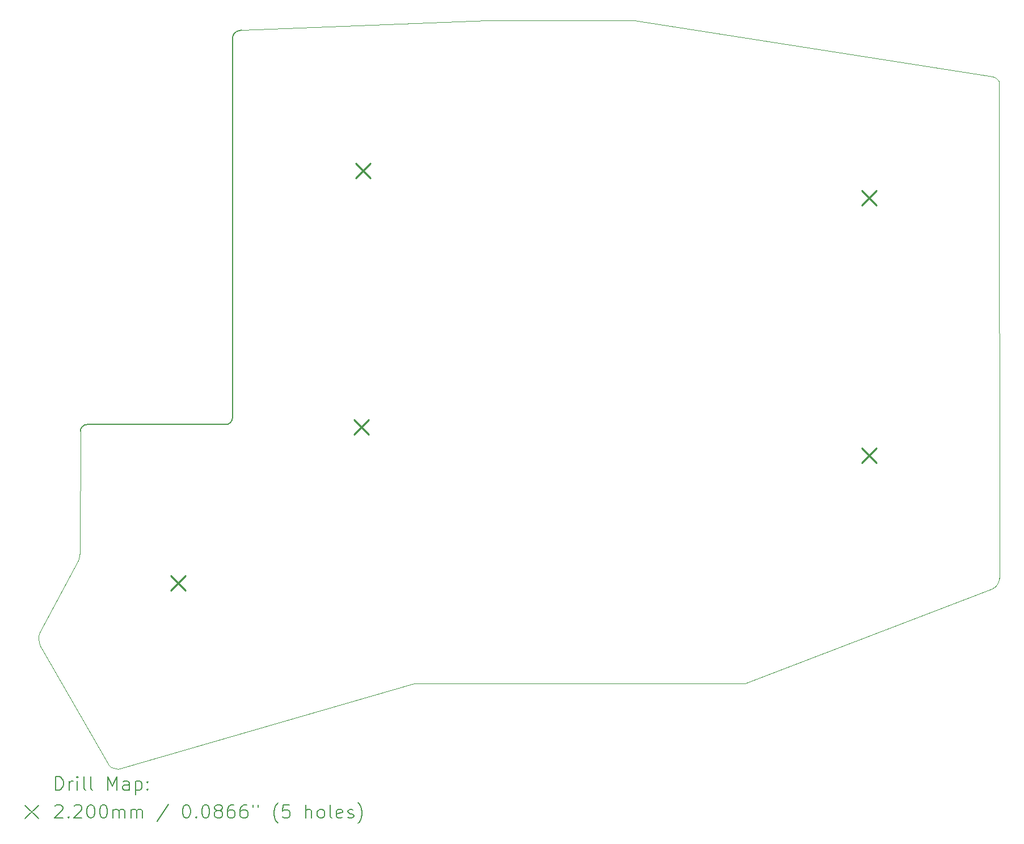
<source format=gbr>
%FSLAX45Y45*%
G04 Gerber Fmt 4.5, Leading zero omitted, Abs format (unit mm)*
G04 Created by KiCad (PCBNEW (6.0.5)) date 2022-12-06 20:58:18*
%MOMM*%
%LPD*%
G01*
G04 APERTURE LIST*
%TA.AperFunction,Profile*%
%ADD10C,0.100000*%
%TD*%
%TA.AperFunction,Profile*%
%ADD11C,0.150000*%
%TD*%
%ADD12C,0.200000*%
%ADD13C,0.220000*%
G04 APERTURE END LIST*
D10*
X22538108Y-4400141D02*
X22546748Y-4418227D01*
X9264720Y-14620360D02*
X8239720Y-12840360D01*
X17104720Y-3500360D02*
X22457264Y-4344875D01*
X8837246Y-11440360D02*
X8829720Y-11505360D01*
X9344720Y-14665360D02*
X9399720Y-14675360D01*
X8224720Y-12790360D02*
X8219720Y-12730360D01*
X9299720Y-14650360D02*
X9344720Y-14665360D01*
X22477431Y-4350038D02*
X22495907Y-4358507D01*
X22449940Y-11991160D02*
X18759720Y-13400360D01*
X8829720Y-11505360D02*
X8809720Y-11565360D01*
X8219720Y-12730360D02*
X8219720Y-12690360D01*
X9264720Y-14620360D02*
X9299720Y-14650360D01*
X22457264Y-4344875D02*
X22477431Y-4350038D01*
X22554038Y-4458550D02*
X22556620Y-11832495D01*
X22552158Y-4437817D02*
X22554038Y-4458550D01*
X8229720Y-12640360D02*
X8809720Y-11565360D01*
X22546748Y-4418227D02*
X22552158Y-4437817D01*
X14909720Y-3500360D02*
X11249720Y-3645860D01*
X13825133Y-13400360D02*
X18759720Y-13400360D01*
X8239720Y-12840360D02*
X8224720Y-12790360D01*
X8219720Y-12690360D02*
X8229720Y-12640360D01*
X13825133Y-13400360D02*
X9399720Y-14675360D01*
X22512382Y-4369920D02*
X22526552Y-4383918D01*
X14909720Y-3500360D02*
X17104720Y-3500360D01*
X22526552Y-4383918D02*
X22538108Y-4400141D01*
X8837246Y-11440360D02*
X8840220Y-9635860D01*
X22495907Y-4358507D02*
X22512382Y-4369920D01*
D11*
X8940220Y-9535860D02*
X11009720Y-9535860D01*
X11109720Y-9435860D02*
X11109720Y-3760360D01*
X11119720Y-3725860D02*
X11139720Y-3695860D01*
X11139720Y-3695860D02*
X11159720Y-3675860D01*
X11109720Y-3760360D02*
X11119720Y-3725860D01*
X8940220Y-9535860D02*
G75*
G03*
X8840220Y-9635860I0J-100000D01*
G01*
X11159720Y-3675860D02*
X11179720Y-3665860D01*
X11009720Y-9535860D02*
G75*
G03*
X11109720Y-9435860I0J100000D01*
G01*
X11209720Y-3655860D02*
X11249720Y-3645860D01*
X11179720Y-3665860D02*
X11209720Y-3655860D01*
D10*
X22449941Y-11991163D02*
G75*
G03*
X22556620Y-11832495I-68131J161004D01*
G01*
D12*
D13*
X10190000Y-11790000D02*
X10410000Y-12010000D01*
X10410000Y-11790000D02*
X10190000Y-12010000D01*
X12925500Y-9467500D02*
X13145500Y-9687500D01*
X13145500Y-9467500D02*
X12925500Y-9687500D01*
X12945500Y-5639500D02*
X13165500Y-5859500D01*
X13165500Y-5639500D02*
X12945500Y-5859500D01*
X20499720Y-6040360D02*
X20719720Y-6260360D01*
X20719720Y-6040360D02*
X20499720Y-6260360D01*
X20499720Y-9890360D02*
X20719720Y-10110360D01*
X20719720Y-9890360D02*
X20499720Y-10110360D01*
D12*
X8472339Y-14990836D02*
X8472339Y-14790836D01*
X8519958Y-14790836D01*
X8548530Y-14800360D01*
X8567577Y-14819408D01*
X8577101Y-14838455D01*
X8586625Y-14876550D01*
X8586625Y-14905122D01*
X8577101Y-14943217D01*
X8567577Y-14962265D01*
X8548530Y-14981312D01*
X8519958Y-14990836D01*
X8472339Y-14990836D01*
X8672339Y-14990836D02*
X8672339Y-14857503D01*
X8672339Y-14895598D02*
X8681863Y-14876550D01*
X8691387Y-14867027D01*
X8710434Y-14857503D01*
X8729482Y-14857503D01*
X8796149Y-14990836D02*
X8796149Y-14857503D01*
X8796149Y-14790836D02*
X8786625Y-14800360D01*
X8796149Y-14809884D01*
X8805672Y-14800360D01*
X8796149Y-14790836D01*
X8796149Y-14809884D01*
X8919958Y-14990836D02*
X8900910Y-14981312D01*
X8891387Y-14962265D01*
X8891387Y-14790836D01*
X9024720Y-14990836D02*
X9005672Y-14981312D01*
X8996149Y-14962265D01*
X8996149Y-14790836D01*
X9253291Y-14990836D02*
X9253291Y-14790836D01*
X9319958Y-14933693D01*
X9386625Y-14790836D01*
X9386625Y-14990836D01*
X9567577Y-14990836D02*
X9567577Y-14886074D01*
X9558053Y-14867027D01*
X9539006Y-14857503D01*
X9500910Y-14857503D01*
X9481863Y-14867027D01*
X9567577Y-14981312D02*
X9548530Y-14990836D01*
X9500910Y-14990836D01*
X9481863Y-14981312D01*
X9472339Y-14962265D01*
X9472339Y-14943217D01*
X9481863Y-14924169D01*
X9500910Y-14914646D01*
X9548530Y-14914646D01*
X9567577Y-14905122D01*
X9662815Y-14857503D02*
X9662815Y-15057503D01*
X9662815Y-14867027D02*
X9681863Y-14857503D01*
X9719958Y-14857503D01*
X9739006Y-14867027D01*
X9748530Y-14876550D01*
X9758053Y-14895598D01*
X9758053Y-14952741D01*
X9748530Y-14971788D01*
X9739006Y-14981312D01*
X9719958Y-14990836D01*
X9681863Y-14990836D01*
X9662815Y-14981312D01*
X9843768Y-14971788D02*
X9853291Y-14981312D01*
X9843768Y-14990836D01*
X9834244Y-14981312D01*
X9843768Y-14971788D01*
X9843768Y-14990836D01*
X9843768Y-14867027D02*
X9853291Y-14876550D01*
X9843768Y-14886074D01*
X9834244Y-14876550D01*
X9843768Y-14867027D01*
X9843768Y-14886074D01*
X8014720Y-15220360D02*
X8214720Y-15420360D01*
X8214720Y-15220360D02*
X8014720Y-15420360D01*
X8462815Y-15229884D02*
X8472339Y-15220360D01*
X8491387Y-15210836D01*
X8539006Y-15210836D01*
X8558053Y-15220360D01*
X8567577Y-15229884D01*
X8577101Y-15248931D01*
X8577101Y-15267979D01*
X8567577Y-15296550D01*
X8453291Y-15410836D01*
X8577101Y-15410836D01*
X8662815Y-15391788D02*
X8672339Y-15401312D01*
X8662815Y-15410836D01*
X8653291Y-15401312D01*
X8662815Y-15391788D01*
X8662815Y-15410836D01*
X8748530Y-15229884D02*
X8758053Y-15220360D01*
X8777101Y-15210836D01*
X8824720Y-15210836D01*
X8843768Y-15220360D01*
X8853291Y-15229884D01*
X8862815Y-15248931D01*
X8862815Y-15267979D01*
X8853291Y-15296550D01*
X8739006Y-15410836D01*
X8862815Y-15410836D01*
X8986625Y-15210836D02*
X9005672Y-15210836D01*
X9024720Y-15220360D01*
X9034244Y-15229884D01*
X9043768Y-15248931D01*
X9053291Y-15287027D01*
X9053291Y-15334646D01*
X9043768Y-15372741D01*
X9034244Y-15391788D01*
X9024720Y-15401312D01*
X9005672Y-15410836D01*
X8986625Y-15410836D01*
X8967577Y-15401312D01*
X8958053Y-15391788D01*
X8948530Y-15372741D01*
X8939006Y-15334646D01*
X8939006Y-15287027D01*
X8948530Y-15248931D01*
X8958053Y-15229884D01*
X8967577Y-15220360D01*
X8986625Y-15210836D01*
X9177101Y-15210836D02*
X9196149Y-15210836D01*
X9215196Y-15220360D01*
X9224720Y-15229884D01*
X9234244Y-15248931D01*
X9243768Y-15287027D01*
X9243768Y-15334646D01*
X9234244Y-15372741D01*
X9224720Y-15391788D01*
X9215196Y-15401312D01*
X9196149Y-15410836D01*
X9177101Y-15410836D01*
X9158053Y-15401312D01*
X9148530Y-15391788D01*
X9139006Y-15372741D01*
X9129482Y-15334646D01*
X9129482Y-15287027D01*
X9139006Y-15248931D01*
X9148530Y-15229884D01*
X9158053Y-15220360D01*
X9177101Y-15210836D01*
X9329482Y-15410836D02*
X9329482Y-15277503D01*
X9329482Y-15296550D02*
X9339006Y-15287027D01*
X9358053Y-15277503D01*
X9386625Y-15277503D01*
X9405672Y-15287027D01*
X9415196Y-15306074D01*
X9415196Y-15410836D01*
X9415196Y-15306074D02*
X9424720Y-15287027D01*
X9443768Y-15277503D01*
X9472339Y-15277503D01*
X9491387Y-15287027D01*
X9500910Y-15306074D01*
X9500910Y-15410836D01*
X9596149Y-15410836D02*
X9596149Y-15277503D01*
X9596149Y-15296550D02*
X9605672Y-15287027D01*
X9624720Y-15277503D01*
X9653291Y-15277503D01*
X9672339Y-15287027D01*
X9681863Y-15306074D01*
X9681863Y-15410836D01*
X9681863Y-15306074D02*
X9691387Y-15287027D01*
X9710434Y-15277503D01*
X9739006Y-15277503D01*
X9758053Y-15287027D01*
X9767577Y-15306074D01*
X9767577Y-15410836D01*
X10158053Y-15201312D02*
X9986625Y-15458455D01*
X10415196Y-15210836D02*
X10434244Y-15210836D01*
X10453291Y-15220360D01*
X10462815Y-15229884D01*
X10472339Y-15248931D01*
X10481863Y-15287027D01*
X10481863Y-15334646D01*
X10472339Y-15372741D01*
X10462815Y-15391788D01*
X10453291Y-15401312D01*
X10434244Y-15410836D01*
X10415196Y-15410836D01*
X10396149Y-15401312D01*
X10386625Y-15391788D01*
X10377101Y-15372741D01*
X10367577Y-15334646D01*
X10367577Y-15287027D01*
X10377101Y-15248931D01*
X10386625Y-15229884D01*
X10396149Y-15220360D01*
X10415196Y-15210836D01*
X10567577Y-15391788D02*
X10577101Y-15401312D01*
X10567577Y-15410836D01*
X10558053Y-15401312D01*
X10567577Y-15391788D01*
X10567577Y-15410836D01*
X10700910Y-15210836D02*
X10719958Y-15210836D01*
X10739006Y-15220360D01*
X10748530Y-15229884D01*
X10758053Y-15248931D01*
X10767577Y-15287027D01*
X10767577Y-15334646D01*
X10758053Y-15372741D01*
X10748530Y-15391788D01*
X10739006Y-15401312D01*
X10719958Y-15410836D01*
X10700910Y-15410836D01*
X10681863Y-15401312D01*
X10672339Y-15391788D01*
X10662815Y-15372741D01*
X10653291Y-15334646D01*
X10653291Y-15287027D01*
X10662815Y-15248931D01*
X10672339Y-15229884D01*
X10681863Y-15220360D01*
X10700910Y-15210836D01*
X10881863Y-15296550D02*
X10862815Y-15287027D01*
X10853291Y-15277503D01*
X10843768Y-15258455D01*
X10843768Y-15248931D01*
X10853291Y-15229884D01*
X10862815Y-15220360D01*
X10881863Y-15210836D01*
X10919958Y-15210836D01*
X10939006Y-15220360D01*
X10948530Y-15229884D01*
X10958053Y-15248931D01*
X10958053Y-15258455D01*
X10948530Y-15277503D01*
X10939006Y-15287027D01*
X10919958Y-15296550D01*
X10881863Y-15296550D01*
X10862815Y-15306074D01*
X10853291Y-15315598D01*
X10843768Y-15334646D01*
X10843768Y-15372741D01*
X10853291Y-15391788D01*
X10862815Y-15401312D01*
X10881863Y-15410836D01*
X10919958Y-15410836D01*
X10939006Y-15401312D01*
X10948530Y-15391788D01*
X10958053Y-15372741D01*
X10958053Y-15334646D01*
X10948530Y-15315598D01*
X10939006Y-15306074D01*
X10919958Y-15296550D01*
X11129482Y-15210836D02*
X11091387Y-15210836D01*
X11072339Y-15220360D01*
X11062815Y-15229884D01*
X11043768Y-15258455D01*
X11034244Y-15296550D01*
X11034244Y-15372741D01*
X11043768Y-15391788D01*
X11053291Y-15401312D01*
X11072339Y-15410836D01*
X11110434Y-15410836D01*
X11129482Y-15401312D01*
X11139006Y-15391788D01*
X11148530Y-15372741D01*
X11148530Y-15325122D01*
X11139006Y-15306074D01*
X11129482Y-15296550D01*
X11110434Y-15287027D01*
X11072339Y-15287027D01*
X11053291Y-15296550D01*
X11043768Y-15306074D01*
X11034244Y-15325122D01*
X11319958Y-15210836D02*
X11281863Y-15210836D01*
X11262815Y-15220360D01*
X11253291Y-15229884D01*
X11234244Y-15258455D01*
X11224720Y-15296550D01*
X11224720Y-15372741D01*
X11234244Y-15391788D01*
X11243768Y-15401312D01*
X11262815Y-15410836D01*
X11300910Y-15410836D01*
X11319958Y-15401312D01*
X11329482Y-15391788D01*
X11339006Y-15372741D01*
X11339006Y-15325122D01*
X11329482Y-15306074D01*
X11319958Y-15296550D01*
X11300910Y-15287027D01*
X11262815Y-15287027D01*
X11243768Y-15296550D01*
X11234244Y-15306074D01*
X11224720Y-15325122D01*
X11415196Y-15210836D02*
X11415196Y-15248931D01*
X11491387Y-15210836D02*
X11491387Y-15248931D01*
X11786625Y-15487027D02*
X11777101Y-15477503D01*
X11758053Y-15448931D01*
X11748529Y-15429884D01*
X11739006Y-15401312D01*
X11729482Y-15353693D01*
X11729482Y-15315598D01*
X11739006Y-15267979D01*
X11748529Y-15239408D01*
X11758053Y-15220360D01*
X11777101Y-15191788D01*
X11786625Y-15182265D01*
X11958053Y-15210836D02*
X11862815Y-15210836D01*
X11853291Y-15306074D01*
X11862815Y-15296550D01*
X11881863Y-15287027D01*
X11929482Y-15287027D01*
X11948529Y-15296550D01*
X11958053Y-15306074D01*
X11967577Y-15325122D01*
X11967577Y-15372741D01*
X11958053Y-15391788D01*
X11948529Y-15401312D01*
X11929482Y-15410836D01*
X11881863Y-15410836D01*
X11862815Y-15401312D01*
X11853291Y-15391788D01*
X12205672Y-15410836D02*
X12205672Y-15210836D01*
X12291387Y-15410836D02*
X12291387Y-15306074D01*
X12281863Y-15287027D01*
X12262815Y-15277503D01*
X12234244Y-15277503D01*
X12215196Y-15287027D01*
X12205672Y-15296550D01*
X12415196Y-15410836D02*
X12396148Y-15401312D01*
X12386625Y-15391788D01*
X12377101Y-15372741D01*
X12377101Y-15315598D01*
X12386625Y-15296550D01*
X12396148Y-15287027D01*
X12415196Y-15277503D01*
X12443768Y-15277503D01*
X12462815Y-15287027D01*
X12472339Y-15296550D01*
X12481863Y-15315598D01*
X12481863Y-15372741D01*
X12472339Y-15391788D01*
X12462815Y-15401312D01*
X12443768Y-15410836D01*
X12415196Y-15410836D01*
X12596148Y-15410836D02*
X12577101Y-15401312D01*
X12567577Y-15382265D01*
X12567577Y-15210836D01*
X12748529Y-15401312D02*
X12729482Y-15410836D01*
X12691387Y-15410836D01*
X12672339Y-15401312D01*
X12662815Y-15382265D01*
X12662815Y-15306074D01*
X12672339Y-15287027D01*
X12691387Y-15277503D01*
X12729482Y-15277503D01*
X12748529Y-15287027D01*
X12758053Y-15306074D01*
X12758053Y-15325122D01*
X12662815Y-15344169D01*
X12834244Y-15401312D02*
X12853291Y-15410836D01*
X12891387Y-15410836D01*
X12910434Y-15401312D01*
X12919958Y-15382265D01*
X12919958Y-15372741D01*
X12910434Y-15353693D01*
X12891387Y-15344169D01*
X12862815Y-15344169D01*
X12843768Y-15334646D01*
X12834244Y-15315598D01*
X12834244Y-15306074D01*
X12843768Y-15287027D01*
X12862815Y-15277503D01*
X12891387Y-15277503D01*
X12910434Y-15287027D01*
X12986625Y-15487027D02*
X12996148Y-15477503D01*
X13015196Y-15448931D01*
X13024720Y-15429884D01*
X13034244Y-15401312D01*
X13043768Y-15353693D01*
X13043768Y-15315598D01*
X13034244Y-15267979D01*
X13024720Y-15239408D01*
X13015196Y-15220360D01*
X12996148Y-15191788D01*
X12986625Y-15182265D01*
M02*

</source>
